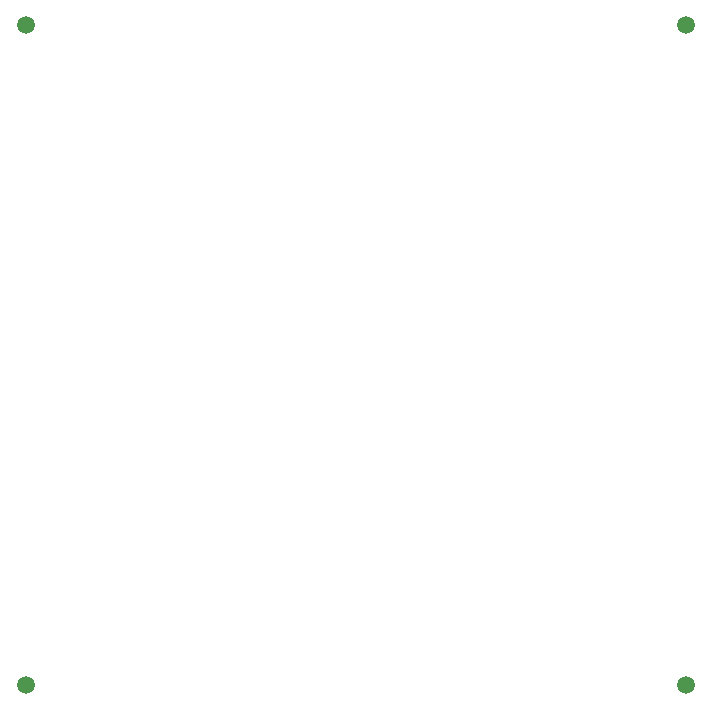
<source format=gbr>
G04 #@! TF.GenerationSoftware,KiCad,Pcbnew,(5.0.1)-4*
G04 #@! TF.CreationDate,2019-02-28T18:36:34-05:00*
G04 #@! TF.ProjectId,km-skillz-badge-kit-front,6B6D2D736B696C6C7A2D62616467652D,rev?*
G04 #@! TF.SameCoordinates,Original*
G04 #@! TF.FileFunction,Copper,L1,Top,Signal*
G04 #@! TF.FilePolarity,Positive*
%FSLAX46Y46*%
G04 Gerber Fmt 4.6, Leading zero omitted, Abs format (unit mm)*
G04 Created by KiCad (PCBNEW (5.0.1)-4) date 2/28/2019 6:36:34 PM*
%MOMM*%
%LPD*%
G01*
G04 APERTURE LIST*
G04 #@! TA.AperFunction,ComponentPad*
%ADD10C,1.500000*%
G04 #@! TD*
G04 APERTURE END LIST*
D10*
G04 #@! TO.P,REF\002A\002A,1*
G04 #@! TO.N,N/C*
X122555000Y-111760000D03*
G04 #@! TD*
G04 #@! TO.P,REF\002A\002A,1*
G04 #@! TO.N,N/C*
X178435000Y-111760000D03*
G04 #@! TD*
G04 #@! TO.P,REF\002A\002A,1*
G04 #@! TO.N,N/C*
X122555000Y-55880000D03*
G04 #@! TD*
G04 #@! TO.P,REF\002A\002A,1*
G04 #@! TO.N,N/C*
X178435000Y-55880000D03*
G04 #@! TD*
M02*

</source>
